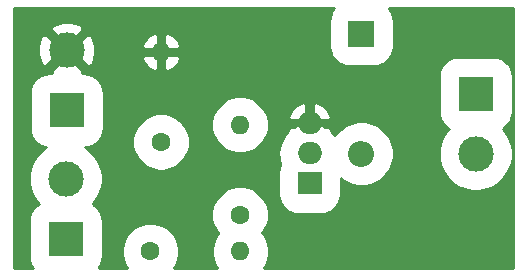
<source format=gbr>
%TF.GenerationSoftware,KiCad,Pcbnew,5.1.12-84ad8e8a86~92~ubuntu20.04.1*%
%TF.CreationDate,2022-05-26T23:51:37-05:00*%
%TF.ProjectId,electrovalves_module,656c6563-7472-46f7-9661-6c7665735f6d,rev?*%
%TF.SameCoordinates,Original*%
%TF.FileFunction,Copper,L1,Top*%
%TF.FilePolarity,Positive*%
%FSLAX46Y46*%
G04 Gerber Fmt 4.6, Leading zero omitted, Abs format (unit mm)*
G04 Created by KiCad (PCBNEW 5.1.12-84ad8e8a86~92~ubuntu20.04.1) date 2022-05-26 23:51:37*
%MOMM*%
%LPD*%
G01*
G04 APERTURE LIST*
%TA.AperFunction,ComponentPad*%
%ADD10R,2.200000X2.200000*%
%TD*%
%TA.AperFunction,ComponentPad*%
%ADD11O,2.200000X2.200000*%
%TD*%
%TA.AperFunction,ComponentPad*%
%ADD12R,2.000000X1.905000*%
%TD*%
%TA.AperFunction,ComponentPad*%
%ADD13O,2.000000X1.905000*%
%TD*%
%TA.AperFunction,ComponentPad*%
%ADD14C,1.600000*%
%TD*%
%TA.AperFunction,ComponentPad*%
%ADD15O,1.600000X1.600000*%
%TD*%
%TA.AperFunction,ComponentPad*%
%ADD16R,3.000000X3.000000*%
%TD*%
%TA.AperFunction,ComponentPad*%
%ADD17C,3.000000*%
%TD*%
%TA.AperFunction,Conductor*%
%ADD18C,0.254000*%
%TD*%
%TA.AperFunction,Conductor*%
%ADD19C,0.100000*%
%TD*%
G04 APERTURE END LIST*
D10*
%TO.P,D1,1*%
%TO.N,+24V*%
X133858000Y-78790800D03*
D11*
%TO.P,D1,2*%
%TO.N,Net-(D1-Pad2)*%
X133858000Y-88950800D03*
%TD*%
D12*
%TO.P,Q1,1*%
%TO.N,Net-(J1-Pad2)*%
X129463800Y-91465400D03*
D13*
%TO.P,Q1,2*%
%TO.N,Net-(D1-Pad2)*%
X129463800Y-88925400D03*
%TO.P,Q1,3*%
%TO.N,GNDPWR*%
X129463800Y-86385400D03*
%TD*%
D14*
%TO.P,R1,1*%
%TO.N,Net-(J1-Pad1)*%
X115976400Y-97231200D03*
D15*
%TO.P,R1,2*%
%TO.N,Net-(J1-Pad2)*%
X123596400Y-97231200D03*
%TD*%
%TO.P,R2,2*%
%TO.N,Net-(R2-Pad2)*%
X123571000Y-86512400D03*
D14*
%TO.P,R2,1*%
%TO.N,Net-(J1-Pad2)*%
X123571000Y-94132400D03*
%TD*%
%TO.P,R3,1*%
%TO.N,Net-(R2-Pad2)*%
X116890800Y-87960200D03*
D15*
%TO.P,R3,2*%
%TO.N,GNDPWR*%
X116890800Y-80340200D03*
%TD*%
D16*
%TO.P,J1,1*%
%TO.N,Net-(J1-Pad1)*%
X108813600Y-96139000D03*
D17*
%TO.P,J1,2*%
%TO.N,Net-(J1-Pad2)*%
X108813600Y-91059000D03*
%TD*%
%TO.P,J2,2*%
%TO.N,GNDPWR*%
X108889800Y-80213200D03*
D16*
%TO.P,J2,1*%
%TO.N,+24V*%
X108889800Y-85293200D03*
%TD*%
%TO.P,J3,1*%
%TO.N,+24V*%
X143535400Y-83896200D03*
D17*
%TO.P,J3,2*%
%TO.N,Net-(D1-Pad2)*%
X143535400Y-88976200D03*
%TD*%
D18*
%TO.N,GNDPWR*%
X131398654Y-76782514D02*
X131247575Y-77065162D01*
X131154542Y-77371852D01*
X131123128Y-77690800D01*
X131123128Y-79890800D01*
X131154542Y-80209748D01*
X131247575Y-80516438D01*
X131398654Y-80799086D01*
X131601971Y-81046829D01*
X131849714Y-81250146D01*
X132132362Y-81401225D01*
X132439052Y-81494258D01*
X132758000Y-81525672D01*
X134958000Y-81525672D01*
X135276948Y-81494258D01*
X135583638Y-81401225D01*
X135866286Y-81250146D01*
X136114029Y-81046829D01*
X136317346Y-80799086D01*
X136468425Y-80516438D01*
X136561458Y-80209748D01*
X136592872Y-79890800D01*
X136592872Y-77690800D01*
X136561458Y-77371852D01*
X136468425Y-77065162D01*
X136317346Y-76782514D01*
X136152789Y-76582000D01*
X146709400Y-76582000D01*
X146709401Y-98627200D01*
X125582550Y-98627200D01*
X125747179Y-98380815D01*
X125930132Y-97939130D01*
X126023400Y-97470239D01*
X126023400Y-96992161D01*
X125930132Y-96523270D01*
X125747179Y-96081585D01*
X125481574Y-95684078D01*
X125464523Y-95667027D01*
X125721779Y-95282015D01*
X125904732Y-94840330D01*
X125998000Y-94371439D01*
X125998000Y-93893361D01*
X125904732Y-93424470D01*
X125721779Y-92982785D01*
X125456174Y-92585278D01*
X125118122Y-92247226D01*
X124720615Y-91981621D01*
X124278930Y-91798668D01*
X123810039Y-91705400D01*
X123331961Y-91705400D01*
X122863070Y-91798668D01*
X122421385Y-91981621D01*
X122023878Y-92247226D01*
X121685826Y-92585278D01*
X121420221Y-92982785D01*
X121237268Y-93424470D01*
X121144000Y-93893361D01*
X121144000Y-94371439D01*
X121237268Y-94840330D01*
X121420221Y-95282015D01*
X121685826Y-95679522D01*
X121702877Y-95696573D01*
X121445621Y-96081585D01*
X121262668Y-96523270D01*
X121169400Y-96992161D01*
X121169400Y-97470239D01*
X121262668Y-97939130D01*
X121445621Y-98380815D01*
X121610250Y-98627200D01*
X117962550Y-98627200D01*
X118127179Y-98380815D01*
X118310132Y-97939130D01*
X118403400Y-97470239D01*
X118403400Y-96992161D01*
X118310132Y-96523270D01*
X118127179Y-96081585D01*
X117861574Y-95684078D01*
X117523522Y-95346026D01*
X117126015Y-95080421D01*
X116684330Y-94897468D01*
X116215439Y-94804200D01*
X115737361Y-94804200D01*
X115268470Y-94897468D01*
X114826785Y-95080421D01*
X114429278Y-95346026D01*
X114091226Y-95684078D01*
X113825621Y-96081585D01*
X113642668Y-96523270D01*
X113549400Y-96992161D01*
X113549400Y-97470239D01*
X113642668Y-97939130D01*
X113825621Y-98380815D01*
X113990250Y-98627200D01*
X111607362Y-98627200D01*
X111672946Y-98547286D01*
X111824025Y-98264638D01*
X111917058Y-97957948D01*
X111948472Y-97639000D01*
X111948472Y-94639000D01*
X111917058Y-94320052D01*
X111824025Y-94013362D01*
X111672946Y-93730714D01*
X111469629Y-93482971D01*
X111221886Y-93279654D01*
X111087189Y-93207656D01*
X111242499Y-93052346D01*
X111584711Y-92540190D01*
X111820431Y-91971112D01*
X111940600Y-91366983D01*
X111940600Y-90751017D01*
X111820431Y-90146888D01*
X111584711Y-89577810D01*
X111242499Y-89065654D01*
X110806946Y-88630101D01*
X110489842Y-88418219D01*
X110708748Y-88396658D01*
X111015438Y-88303625D01*
X111298086Y-88152546D01*
X111545829Y-87949229D01*
X111732999Y-87721161D01*
X114463800Y-87721161D01*
X114463800Y-88199239D01*
X114557068Y-88668130D01*
X114740021Y-89109815D01*
X115005626Y-89507322D01*
X115343678Y-89845374D01*
X115741185Y-90110979D01*
X116182870Y-90293932D01*
X116651761Y-90387200D01*
X117129839Y-90387200D01*
X117598730Y-90293932D01*
X118040415Y-90110979D01*
X118437922Y-89845374D01*
X118775974Y-89507322D01*
X119041579Y-89109815D01*
X119224532Y-88668130D01*
X119317800Y-88199239D01*
X119317800Y-87721161D01*
X119224532Y-87252270D01*
X119041579Y-86810585D01*
X118775974Y-86413078D01*
X118636257Y-86273361D01*
X121144000Y-86273361D01*
X121144000Y-86751439D01*
X121237268Y-87220330D01*
X121420221Y-87662015D01*
X121685826Y-88059522D01*
X122023878Y-88397574D01*
X122421385Y-88663179D01*
X122863070Y-88846132D01*
X123331961Y-88939400D01*
X123810039Y-88939400D01*
X123880421Y-88925400D01*
X126824319Y-88925400D01*
X126874123Y-89431070D01*
X126991099Y-89816686D01*
X126953375Y-89887262D01*
X126860342Y-90193952D01*
X126828928Y-90512900D01*
X126828928Y-92417900D01*
X126860342Y-92736848D01*
X126953375Y-93043538D01*
X127104454Y-93326186D01*
X127307771Y-93573929D01*
X127555514Y-93777246D01*
X127838162Y-93928325D01*
X128144852Y-94021358D01*
X128463800Y-94052772D01*
X130463800Y-94052772D01*
X130782748Y-94021358D01*
X131089438Y-93928325D01*
X131372086Y-93777246D01*
X131619829Y-93573929D01*
X131823146Y-93326186D01*
X131974225Y-93043538D01*
X132067258Y-92736848D01*
X132098672Y-92417900D01*
X132098672Y-91048032D01*
X132119639Y-91068999D01*
X132566281Y-91367436D01*
X133062563Y-91573003D01*
X133589414Y-91677800D01*
X134126586Y-91677800D01*
X134653437Y-91573003D01*
X135149719Y-91367436D01*
X135596361Y-91068999D01*
X135976199Y-90689161D01*
X136274636Y-90242519D01*
X136480203Y-89746237D01*
X136585000Y-89219386D01*
X136585000Y-88682214D01*
X136480203Y-88155363D01*
X136274636Y-87659081D01*
X135976199Y-87212439D01*
X135596361Y-86832601D01*
X135149719Y-86534164D01*
X134653437Y-86328597D01*
X134126586Y-86223800D01*
X133589414Y-86223800D01*
X133062563Y-86328597D01*
X132566281Y-86534164D01*
X132119639Y-86832601D01*
X131739801Y-87212439D01*
X131606359Y-87412148D01*
X131344107Y-87092593D01*
X131267583Y-87029792D01*
X131297630Y-86960602D01*
X131305266Y-86945939D01*
X131136277Y-86658400D01*
X130742076Y-86658400D01*
X130503208Y-86530722D01*
X130016970Y-86383223D01*
X129638022Y-86345900D01*
X129289578Y-86345900D01*
X128910630Y-86383223D01*
X128424392Y-86530722D01*
X128185524Y-86658400D01*
X127791323Y-86658400D01*
X127622334Y-86945939D01*
X127629970Y-86960602D01*
X127660017Y-87029792D01*
X127583493Y-87092593D01*
X127261147Y-87485373D01*
X127021622Y-87933492D01*
X126874123Y-88419730D01*
X126824319Y-88925400D01*
X123880421Y-88925400D01*
X124278930Y-88846132D01*
X124720615Y-88663179D01*
X125118122Y-88397574D01*
X125456174Y-88059522D01*
X125721779Y-87662015D01*
X125904732Y-87220330D01*
X125998000Y-86751439D01*
X125998000Y-86273361D01*
X125908789Y-85824861D01*
X127622334Y-85824861D01*
X127791323Y-86112400D01*
X129190800Y-86112400D01*
X129190800Y-84754092D01*
X129736800Y-84754092D01*
X129736800Y-86112400D01*
X131136277Y-86112400D01*
X131305266Y-85824861D01*
X131297630Y-85810198D01*
X131151090Y-85472755D01*
X130941534Y-85170384D01*
X130677015Y-84914705D01*
X130367698Y-84715544D01*
X130025470Y-84580555D01*
X129736800Y-84754092D01*
X129190800Y-84754092D01*
X128902130Y-84580555D01*
X128559902Y-84715544D01*
X128250585Y-84914705D01*
X127986066Y-85170384D01*
X127776510Y-85472755D01*
X127629970Y-85810198D01*
X127622334Y-85824861D01*
X125908789Y-85824861D01*
X125904732Y-85804470D01*
X125721779Y-85362785D01*
X125456174Y-84965278D01*
X125118122Y-84627226D01*
X124720615Y-84361621D01*
X124278930Y-84178668D01*
X123810039Y-84085400D01*
X123331961Y-84085400D01*
X122863070Y-84178668D01*
X122421385Y-84361621D01*
X122023878Y-84627226D01*
X121685826Y-84965278D01*
X121420221Y-85362785D01*
X121237268Y-85804470D01*
X121144000Y-86273361D01*
X118636257Y-86273361D01*
X118437922Y-86075026D01*
X118040415Y-85809421D01*
X117598730Y-85626468D01*
X117129839Y-85533200D01*
X116651761Y-85533200D01*
X116182870Y-85626468D01*
X115741185Y-85809421D01*
X115343678Y-86075026D01*
X115005626Y-86413078D01*
X114740021Y-86810585D01*
X114557068Y-87252270D01*
X114463800Y-87721161D01*
X111732999Y-87721161D01*
X111749146Y-87701486D01*
X111900225Y-87418838D01*
X111993258Y-87112148D01*
X112024672Y-86793200D01*
X112024672Y-83793200D01*
X111993258Y-83474252D01*
X111900225Y-83167562D01*
X111749146Y-82884914D01*
X111545829Y-82637171D01*
X111298086Y-82433854D01*
X111227641Y-82396200D01*
X140400528Y-82396200D01*
X140400528Y-85396200D01*
X140431942Y-85715148D01*
X140524975Y-86021838D01*
X140676054Y-86304486D01*
X140879371Y-86552229D01*
X141127114Y-86755546D01*
X141261811Y-86827544D01*
X141106501Y-86982854D01*
X140764289Y-87495010D01*
X140528569Y-88064088D01*
X140408400Y-88668217D01*
X140408400Y-89284183D01*
X140528569Y-89888312D01*
X140764289Y-90457390D01*
X141106501Y-90969546D01*
X141542054Y-91405099D01*
X142054210Y-91747311D01*
X142623288Y-91983031D01*
X143227417Y-92103200D01*
X143843383Y-92103200D01*
X144447512Y-91983031D01*
X145016590Y-91747311D01*
X145528746Y-91405099D01*
X145964299Y-90969546D01*
X146306511Y-90457390D01*
X146542231Y-89888312D01*
X146662400Y-89284183D01*
X146662400Y-88668217D01*
X146542231Y-88064088D01*
X146306511Y-87495010D01*
X145964299Y-86982854D01*
X145808989Y-86827544D01*
X145943686Y-86755546D01*
X146191429Y-86552229D01*
X146394746Y-86304486D01*
X146545825Y-86021838D01*
X146638858Y-85715148D01*
X146670272Y-85396200D01*
X146670272Y-82396200D01*
X146638858Y-82077252D01*
X146545825Y-81770562D01*
X146394746Y-81487914D01*
X146191429Y-81240171D01*
X145943686Y-81036854D01*
X145661038Y-80885775D01*
X145354348Y-80792742D01*
X145035400Y-80761328D01*
X142035400Y-80761328D01*
X141716452Y-80792742D01*
X141409762Y-80885775D01*
X141127114Y-81036854D01*
X140879371Y-81240171D01*
X140676054Y-81487914D01*
X140524975Y-81770562D01*
X140431942Y-82077252D01*
X140400528Y-82396200D01*
X111227641Y-82396200D01*
X111015438Y-82282775D01*
X110708748Y-82189742D01*
X110389800Y-82158328D01*
X110163848Y-82158328D01*
X110245354Y-81954834D01*
X108889800Y-80599280D01*
X107534246Y-81954834D01*
X107615752Y-82158328D01*
X107389800Y-82158328D01*
X107070852Y-82189742D01*
X106764162Y-82282775D01*
X106481514Y-82433854D01*
X106233771Y-82637171D01*
X106030454Y-82884914D01*
X105879375Y-83167562D01*
X105786342Y-83474252D01*
X105754928Y-83793200D01*
X105754928Y-86793200D01*
X105786342Y-87112148D01*
X105879375Y-87418838D01*
X106030454Y-87701486D01*
X106233771Y-87949229D01*
X106481514Y-88152546D01*
X106764162Y-88303625D01*
X107070852Y-88396658D01*
X107156937Y-88405137D01*
X106820254Y-88630101D01*
X106384701Y-89065654D01*
X106042489Y-89577810D01*
X105806769Y-90146888D01*
X105686600Y-90751017D01*
X105686600Y-91366983D01*
X105806769Y-91971112D01*
X106042489Y-92540190D01*
X106384701Y-93052346D01*
X106540011Y-93207656D01*
X106405314Y-93279654D01*
X106157571Y-93482971D01*
X105954254Y-93730714D01*
X105803175Y-94013362D01*
X105710142Y-94320052D01*
X105678728Y-94639000D01*
X105678728Y-97639000D01*
X105710142Y-97957948D01*
X105803175Y-98264638D01*
X105954254Y-98547286D01*
X106019838Y-98627200D01*
X104445800Y-98627200D01*
X104445800Y-80390846D01*
X106457535Y-80390846D01*
X106538928Y-80861944D01*
X106710663Y-81308112D01*
X106768750Y-81416786D01*
X107148166Y-81568754D01*
X108503720Y-80213200D01*
X109275880Y-80213200D01*
X110631434Y-81568754D01*
X111010850Y-81416786D01*
X111204902Y-80979863D01*
X111228167Y-80876606D01*
X115249207Y-80876606D01*
X115385397Y-81186558D01*
X115579439Y-81463985D01*
X115823876Y-81698226D01*
X116109314Y-81880278D01*
X116354396Y-81981784D01*
X116617800Y-81810317D01*
X116617800Y-80613200D01*
X117163800Y-80613200D01*
X117163800Y-81810317D01*
X117427204Y-81981784D01*
X117672286Y-81880278D01*
X117957724Y-81698226D01*
X118202161Y-81463985D01*
X118396203Y-81186558D01*
X118532393Y-80876606D01*
X118364345Y-80613200D01*
X117163800Y-80613200D01*
X116617800Y-80613200D01*
X115417255Y-80613200D01*
X115249207Y-80876606D01*
X111228167Y-80876606D01*
X111309987Y-80513478D01*
X111322065Y-80035554D01*
X111282024Y-79803794D01*
X115249207Y-79803794D01*
X115417255Y-80067200D01*
X116617800Y-80067200D01*
X116617800Y-78870083D01*
X117163800Y-78870083D01*
X117163800Y-80067200D01*
X118364345Y-80067200D01*
X118532393Y-79803794D01*
X118396203Y-79493842D01*
X118202161Y-79216415D01*
X117957724Y-78982174D01*
X117672286Y-78800122D01*
X117427204Y-78698616D01*
X117163800Y-78870083D01*
X116617800Y-78870083D01*
X116354396Y-78698616D01*
X116109314Y-78800122D01*
X115823876Y-78982174D01*
X115579439Y-79216415D01*
X115385397Y-79493842D01*
X115249207Y-79803794D01*
X111282024Y-79803794D01*
X111240672Y-79564456D01*
X111068937Y-79118288D01*
X111010850Y-79009614D01*
X110631434Y-78857646D01*
X109275880Y-80213200D01*
X108503720Y-80213200D01*
X107148166Y-78857646D01*
X106768750Y-79009614D01*
X106574698Y-79446537D01*
X106469613Y-79912922D01*
X106457535Y-80390846D01*
X104445800Y-80390846D01*
X104445800Y-78471566D01*
X107534246Y-78471566D01*
X108889800Y-79827120D01*
X110245354Y-78471566D01*
X110093386Y-78092150D01*
X109656463Y-77898098D01*
X109190078Y-77793013D01*
X108712154Y-77780935D01*
X108241056Y-77862328D01*
X107794888Y-78034063D01*
X107686214Y-78092150D01*
X107534246Y-78471566D01*
X104445800Y-78471566D01*
X104445800Y-76582000D01*
X131563211Y-76582000D01*
X131398654Y-76782514D01*
%TA.AperFunction,Conductor*%
D19*
G36*
X131398654Y-76782514D02*
G01*
X131247575Y-77065162D01*
X131154542Y-77371852D01*
X131123128Y-77690800D01*
X131123128Y-79890800D01*
X131154542Y-80209748D01*
X131247575Y-80516438D01*
X131398654Y-80799086D01*
X131601971Y-81046829D01*
X131849714Y-81250146D01*
X132132362Y-81401225D01*
X132439052Y-81494258D01*
X132758000Y-81525672D01*
X134958000Y-81525672D01*
X135276948Y-81494258D01*
X135583638Y-81401225D01*
X135866286Y-81250146D01*
X136114029Y-81046829D01*
X136317346Y-80799086D01*
X136468425Y-80516438D01*
X136561458Y-80209748D01*
X136592872Y-79890800D01*
X136592872Y-77690800D01*
X136561458Y-77371852D01*
X136468425Y-77065162D01*
X136317346Y-76782514D01*
X136152789Y-76582000D01*
X146709400Y-76582000D01*
X146709401Y-98627200D01*
X125582550Y-98627200D01*
X125747179Y-98380815D01*
X125930132Y-97939130D01*
X126023400Y-97470239D01*
X126023400Y-96992161D01*
X125930132Y-96523270D01*
X125747179Y-96081585D01*
X125481574Y-95684078D01*
X125464523Y-95667027D01*
X125721779Y-95282015D01*
X125904732Y-94840330D01*
X125998000Y-94371439D01*
X125998000Y-93893361D01*
X125904732Y-93424470D01*
X125721779Y-92982785D01*
X125456174Y-92585278D01*
X125118122Y-92247226D01*
X124720615Y-91981621D01*
X124278930Y-91798668D01*
X123810039Y-91705400D01*
X123331961Y-91705400D01*
X122863070Y-91798668D01*
X122421385Y-91981621D01*
X122023878Y-92247226D01*
X121685826Y-92585278D01*
X121420221Y-92982785D01*
X121237268Y-93424470D01*
X121144000Y-93893361D01*
X121144000Y-94371439D01*
X121237268Y-94840330D01*
X121420221Y-95282015D01*
X121685826Y-95679522D01*
X121702877Y-95696573D01*
X121445621Y-96081585D01*
X121262668Y-96523270D01*
X121169400Y-96992161D01*
X121169400Y-97470239D01*
X121262668Y-97939130D01*
X121445621Y-98380815D01*
X121610250Y-98627200D01*
X117962550Y-98627200D01*
X118127179Y-98380815D01*
X118310132Y-97939130D01*
X118403400Y-97470239D01*
X118403400Y-96992161D01*
X118310132Y-96523270D01*
X118127179Y-96081585D01*
X117861574Y-95684078D01*
X117523522Y-95346026D01*
X117126015Y-95080421D01*
X116684330Y-94897468D01*
X116215439Y-94804200D01*
X115737361Y-94804200D01*
X115268470Y-94897468D01*
X114826785Y-95080421D01*
X114429278Y-95346026D01*
X114091226Y-95684078D01*
X113825621Y-96081585D01*
X113642668Y-96523270D01*
X113549400Y-96992161D01*
X113549400Y-97470239D01*
X113642668Y-97939130D01*
X113825621Y-98380815D01*
X113990250Y-98627200D01*
X111607362Y-98627200D01*
X111672946Y-98547286D01*
X111824025Y-98264638D01*
X111917058Y-97957948D01*
X111948472Y-97639000D01*
X111948472Y-94639000D01*
X111917058Y-94320052D01*
X111824025Y-94013362D01*
X111672946Y-93730714D01*
X111469629Y-93482971D01*
X111221886Y-93279654D01*
X111087189Y-93207656D01*
X111242499Y-93052346D01*
X111584711Y-92540190D01*
X111820431Y-91971112D01*
X111940600Y-91366983D01*
X111940600Y-90751017D01*
X111820431Y-90146888D01*
X111584711Y-89577810D01*
X111242499Y-89065654D01*
X110806946Y-88630101D01*
X110489842Y-88418219D01*
X110708748Y-88396658D01*
X111015438Y-88303625D01*
X111298086Y-88152546D01*
X111545829Y-87949229D01*
X111732999Y-87721161D01*
X114463800Y-87721161D01*
X114463800Y-88199239D01*
X114557068Y-88668130D01*
X114740021Y-89109815D01*
X115005626Y-89507322D01*
X115343678Y-89845374D01*
X115741185Y-90110979D01*
X116182870Y-90293932D01*
X116651761Y-90387200D01*
X117129839Y-90387200D01*
X117598730Y-90293932D01*
X118040415Y-90110979D01*
X118437922Y-89845374D01*
X118775974Y-89507322D01*
X119041579Y-89109815D01*
X119224532Y-88668130D01*
X119317800Y-88199239D01*
X119317800Y-87721161D01*
X119224532Y-87252270D01*
X119041579Y-86810585D01*
X118775974Y-86413078D01*
X118636257Y-86273361D01*
X121144000Y-86273361D01*
X121144000Y-86751439D01*
X121237268Y-87220330D01*
X121420221Y-87662015D01*
X121685826Y-88059522D01*
X122023878Y-88397574D01*
X122421385Y-88663179D01*
X122863070Y-88846132D01*
X123331961Y-88939400D01*
X123810039Y-88939400D01*
X123880421Y-88925400D01*
X126824319Y-88925400D01*
X126874123Y-89431070D01*
X126991099Y-89816686D01*
X126953375Y-89887262D01*
X126860342Y-90193952D01*
X126828928Y-90512900D01*
X126828928Y-92417900D01*
X126860342Y-92736848D01*
X126953375Y-93043538D01*
X127104454Y-93326186D01*
X127307771Y-93573929D01*
X127555514Y-93777246D01*
X127838162Y-93928325D01*
X128144852Y-94021358D01*
X128463800Y-94052772D01*
X130463800Y-94052772D01*
X130782748Y-94021358D01*
X131089438Y-93928325D01*
X131372086Y-93777246D01*
X131619829Y-93573929D01*
X131823146Y-93326186D01*
X131974225Y-93043538D01*
X132067258Y-92736848D01*
X132098672Y-92417900D01*
X132098672Y-91048032D01*
X132119639Y-91068999D01*
X132566281Y-91367436D01*
X133062563Y-91573003D01*
X133589414Y-91677800D01*
X134126586Y-91677800D01*
X134653437Y-91573003D01*
X135149719Y-91367436D01*
X135596361Y-91068999D01*
X135976199Y-90689161D01*
X136274636Y-90242519D01*
X136480203Y-89746237D01*
X136585000Y-89219386D01*
X136585000Y-88682214D01*
X136480203Y-88155363D01*
X136274636Y-87659081D01*
X135976199Y-87212439D01*
X135596361Y-86832601D01*
X135149719Y-86534164D01*
X134653437Y-86328597D01*
X134126586Y-86223800D01*
X133589414Y-86223800D01*
X133062563Y-86328597D01*
X132566281Y-86534164D01*
X132119639Y-86832601D01*
X131739801Y-87212439D01*
X131606359Y-87412148D01*
X131344107Y-87092593D01*
X131267583Y-87029792D01*
X131297630Y-86960602D01*
X131305266Y-86945939D01*
X131136277Y-86658400D01*
X130742076Y-86658400D01*
X130503208Y-86530722D01*
X130016970Y-86383223D01*
X129638022Y-86345900D01*
X129289578Y-86345900D01*
X128910630Y-86383223D01*
X128424392Y-86530722D01*
X128185524Y-86658400D01*
X127791323Y-86658400D01*
X127622334Y-86945939D01*
X127629970Y-86960602D01*
X127660017Y-87029792D01*
X127583493Y-87092593D01*
X127261147Y-87485373D01*
X127021622Y-87933492D01*
X126874123Y-88419730D01*
X126824319Y-88925400D01*
X123880421Y-88925400D01*
X124278930Y-88846132D01*
X124720615Y-88663179D01*
X125118122Y-88397574D01*
X125456174Y-88059522D01*
X125721779Y-87662015D01*
X125904732Y-87220330D01*
X125998000Y-86751439D01*
X125998000Y-86273361D01*
X125908789Y-85824861D01*
X127622334Y-85824861D01*
X127791323Y-86112400D01*
X129190800Y-86112400D01*
X129190800Y-84754092D01*
X129736800Y-84754092D01*
X129736800Y-86112400D01*
X131136277Y-86112400D01*
X131305266Y-85824861D01*
X131297630Y-85810198D01*
X131151090Y-85472755D01*
X130941534Y-85170384D01*
X130677015Y-84914705D01*
X130367698Y-84715544D01*
X130025470Y-84580555D01*
X129736800Y-84754092D01*
X129190800Y-84754092D01*
X128902130Y-84580555D01*
X128559902Y-84715544D01*
X128250585Y-84914705D01*
X127986066Y-85170384D01*
X127776510Y-85472755D01*
X127629970Y-85810198D01*
X127622334Y-85824861D01*
X125908789Y-85824861D01*
X125904732Y-85804470D01*
X125721779Y-85362785D01*
X125456174Y-84965278D01*
X125118122Y-84627226D01*
X124720615Y-84361621D01*
X124278930Y-84178668D01*
X123810039Y-84085400D01*
X123331961Y-84085400D01*
X122863070Y-84178668D01*
X122421385Y-84361621D01*
X122023878Y-84627226D01*
X121685826Y-84965278D01*
X121420221Y-85362785D01*
X121237268Y-85804470D01*
X121144000Y-86273361D01*
X118636257Y-86273361D01*
X118437922Y-86075026D01*
X118040415Y-85809421D01*
X117598730Y-85626468D01*
X117129839Y-85533200D01*
X116651761Y-85533200D01*
X116182870Y-85626468D01*
X115741185Y-85809421D01*
X115343678Y-86075026D01*
X115005626Y-86413078D01*
X114740021Y-86810585D01*
X114557068Y-87252270D01*
X114463800Y-87721161D01*
X111732999Y-87721161D01*
X111749146Y-87701486D01*
X111900225Y-87418838D01*
X111993258Y-87112148D01*
X112024672Y-86793200D01*
X112024672Y-83793200D01*
X111993258Y-83474252D01*
X111900225Y-83167562D01*
X111749146Y-82884914D01*
X111545829Y-82637171D01*
X111298086Y-82433854D01*
X111227641Y-82396200D01*
X140400528Y-82396200D01*
X140400528Y-85396200D01*
X140431942Y-85715148D01*
X140524975Y-86021838D01*
X140676054Y-86304486D01*
X140879371Y-86552229D01*
X141127114Y-86755546D01*
X141261811Y-86827544D01*
X141106501Y-86982854D01*
X140764289Y-87495010D01*
X140528569Y-88064088D01*
X140408400Y-88668217D01*
X140408400Y-89284183D01*
X140528569Y-89888312D01*
X140764289Y-90457390D01*
X141106501Y-90969546D01*
X141542054Y-91405099D01*
X142054210Y-91747311D01*
X142623288Y-91983031D01*
X143227417Y-92103200D01*
X143843383Y-92103200D01*
X144447512Y-91983031D01*
X145016590Y-91747311D01*
X145528746Y-91405099D01*
X145964299Y-90969546D01*
X146306511Y-90457390D01*
X146542231Y-89888312D01*
X146662400Y-89284183D01*
X146662400Y-88668217D01*
X146542231Y-88064088D01*
X146306511Y-87495010D01*
X145964299Y-86982854D01*
X145808989Y-86827544D01*
X145943686Y-86755546D01*
X146191429Y-86552229D01*
X146394746Y-86304486D01*
X146545825Y-86021838D01*
X146638858Y-85715148D01*
X146670272Y-85396200D01*
X146670272Y-82396200D01*
X146638858Y-82077252D01*
X146545825Y-81770562D01*
X146394746Y-81487914D01*
X146191429Y-81240171D01*
X145943686Y-81036854D01*
X145661038Y-80885775D01*
X145354348Y-80792742D01*
X145035400Y-80761328D01*
X142035400Y-80761328D01*
X141716452Y-80792742D01*
X141409762Y-80885775D01*
X141127114Y-81036854D01*
X140879371Y-81240171D01*
X140676054Y-81487914D01*
X140524975Y-81770562D01*
X140431942Y-82077252D01*
X140400528Y-82396200D01*
X111227641Y-82396200D01*
X111015438Y-82282775D01*
X110708748Y-82189742D01*
X110389800Y-82158328D01*
X110163848Y-82158328D01*
X110245354Y-81954834D01*
X108889800Y-80599280D01*
X107534246Y-81954834D01*
X107615752Y-82158328D01*
X107389800Y-82158328D01*
X107070852Y-82189742D01*
X106764162Y-82282775D01*
X106481514Y-82433854D01*
X106233771Y-82637171D01*
X106030454Y-82884914D01*
X105879375Y-83167562D01*
X105786342Y-83474252D01*
X105754928Y-83793200D01*
X105754928Y-86793200D01*
X105786342Y-87112148D01*
X105879375Y-87418838D01*
X106030454Y-87701486D01*
X106233771Y-87949229D01*
X106481514Y-88152546D01*
X106764162Y-88303625D01*
X107070852Y-88396658D01*
X107156937Y-88405137D01*
X106820254Y-88630101D01*
X106384701Y-89065654D01*
X106042489Y-89577810D01*
X105806769Y-90146888D01*
X105686600Y-90751017D01*
X105686600Y-91366983D01*
X105806769Y-91971112D01*
X106042489Y-92540190D01*
X106384701Y-93052346D01*
X106540011Y-93207656D01*
X106405314Y-93279654D01*
X106157571Y-93482971D01*
X105954254Y-93730714D01*
X105803175Y-94013362D01*
X105710142Y-94320052D01*
X105678728Y-94639000D01*
X105678728Y-97639000D01*
X105710142Y-97957948D01*
X105803175Y-98264638D01*
X105954254Y-98547286D01*
X106019838Y-98627200D01*
X104445800Y-98627200D01*
X104445800Y-80390846D01*
X106457535Y-80390846D01*
X106538928Y-80861944D01*
X106710663Y-81308112D01*
X106768750Y-81416786D01*
X107148166Y-81568754D01*
X108503720Y-80213200D01*
X109275880Y-80213200D01*
X110631434Y-81568754D01*
X111010850Y-81416786D01*
X111204902Y-80979863D01*
X111228167Y-80876606D01*
X115249207Y-80876606D01*
X115385397Y-81186558D01*
X115579439Y-81463985D01*
X115823876Y-81698226D01*
X116109314Y-81880278D01*
X116354396Y-81981784D01*
X116617800Y-81810317D01*
X116617800Y-80613200D01*
X117163800Y-80613200D01*
X117163800Y-81810317D01*
X117427204Y-81981784D01*
X117672286Y-81880278D01*
X117957724Y-81698226D01*
X118202161Y-81463985D01*
X118396203Y-81186558D01*
X118532393Y-80876606D01*
X118364345Y-80613200D01*
X117163800Y-80613200D01*
X116617800Y-80613200D01*
X115417255Y-80613200D01*
X115249207Y-80876606D01*
X111228167Y-80876606D01*
X111309987Y-80513478D01*
X111322065Y-80035554D01*
X111282024Y-79803794D01*
X115249207Y-79803794D01*
X115417255Y-80067200D01*
X116617800Y-80067200D01*
X116617800Y-78870083D01*
X117163800Y-78870083D01*
X117163800Y-80067200D01*
X118364345Y-80067200D01*
X118532393Y-79803794D01*
X118396203Y-79493842D01*
X118202161Y-79216415D01*
X117957724Y-78982174D01*
X117672286Y-78800122D01*
X117427204Y-78698616D01*
X117163800Y-78870083D01*
X116617800Y-78870083D01*
X116354396Y-78698616D01*
X116109314Y-78800122D01*
X115823876Y-78982174D01*
X115579439Y-79216415D01*
X115385397Y-79493842D01*
X115249207Y-79803794D01*
X111282024Y-79803794D01*
X111240672Y-79564456D01*
X111068937Y-79118288D01*
X111010850Y-79009614D01*
X110631434Y-78857646D01*
X109275880Y-80213200D01*
X108503720Y-80213200D01*
X107148166Y-78857646D01*
X106768750Y-79009614D01*
X106574698Y-79446537D01*
X106469613Y-79912922D01*
X106457535Y-80390846D01*
X104445800Y-80390846D01*
X104445800Y-78471566D01*
X107534246Y-78471566D01*
X108889800Y-79827120D01*
X110245354Y-78471566D01*
X110093386Y-78092150D01*
X109656463Y-77898098D01*
X109190078Y-77793013D01*
X108712154Y-77780935D01*
X108241056Y-77862328D01*
X107794888Y-78034063D01*
X107686214Y-78092150D01*
X107534246Y-78471566D01*
X104445800Y-78471566D01*
X104445800Y-76582000D01*
X131563211Y-76582000D01*
X131398654Y-76782514D01*
G37*
%TD.AperFunction*%
%TD*%
M02*

</source>
